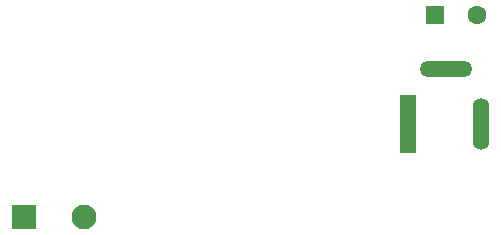
<source format=gbr>
%TF.GenerationSoftware,KiCad,Pcbnew,(6.0.2-0)*%
%TF.CreationDate,2022-03-23T11:18:17-04:00*%
%TF.ProjectId,Snoopy,536e6f6f-7079-42e6-9b69-6361645f7063,v03*%
%TF.SameCoordinates,Original*%
%TF.FileFunction,Soldermask,Bot*%
%TF.FilePolarity,Negative*%
%FSLAX46Y46*%
G04 Gerber Fmt 4.6, Leading zero omitted, Abs format (unit mm)*
G04 Created by KiCad (PCBNEW (6.0.2-0)) date 2022-03-23 11:18:17*
%MOMM*%
%LPD*%
G01*
G04 APERTURE LIST*
G04 Aperture macros list*
%AMRoundRect*
0 Rectangle with rounded corners*
0 $1 Rounding radius*
0 $2 $3 $4 $5 $6 $7 $8 $9 X,Y pos of 4 corners*
0 Add a 4 corners polygon primitive as box body*
4,1,4,$2,$3,$4,$5,$6,$7,$8,$9,$2,$3,0*
0 Add four circle primitives for the rounded corners*
1,1,$1+$1,$2,$3*
1,1,$1+$1,$4,$5*
1,1,$1+$1,$6,$7*
1,1,$1+$1,$8,$9*
0 Add four rect primitives between the rounded corners*
20,1,$1+$1,$2,$3,$4,$5,0*
20,1,$1+$1,$4,$5,$6,$7,0*
20,1,$1+$1,$6,$7,$8,$9,0*
20,1,$1+$1,$8,$9,$2,$3,0*%
G04 Aperture macros list end*
%ADD10R,1.400000X4.899999*%
%ADD11RoundRect,0.700000X0.000000X1.500000X0.000000X1.500000X0.000000X-1.500000X0.000000X-1.500000X0*%
%ADD12RoundRect,0.700000X1.500000X0.000000X-1.500000X0.000000X-1.500000X0.000000X1.500000X0.000000X0*%
%ADD13R,2.100000X2.100000*%
%ADD14C,2.100000*%
%ADD15RoundRect,0.250000X-0.550000X-0.550000X0.550000X-0.550000X0.550000X0.550000X-0.550000X0.550000X0*%
%ADD16C,1.600000*%
G04 APERTURE END LIST*
D10*
%TO.C,J2*%
X147045400Y-83642200D03*
D11*
X153245400Y-83642200D03*
D12*
X150245400Y-78942200D03*
%TD*%
D13*
%TO.C,J1*%
X114574400Y-91513400D03*
D14*
X119654400Y-91513400D03*
%TD*%
D15*
%TO.C,J4*%
X149304600Y-74371200D03*
D16*
X152904600Y-74371200D03*
%TD*%
M02*

</source>
